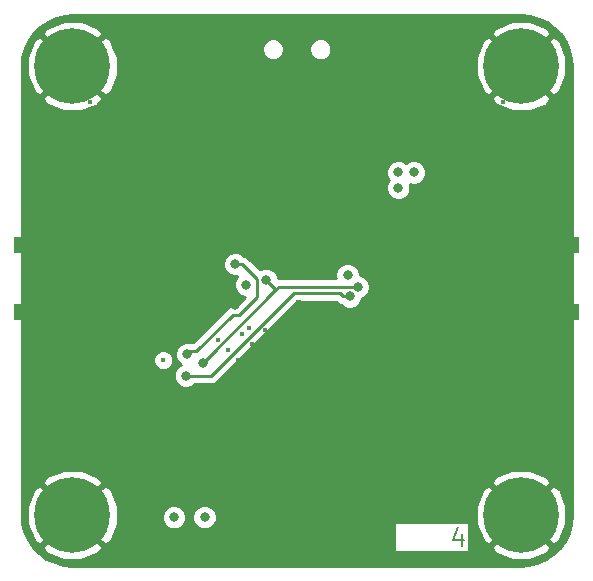
<source format=gbl>
G04 #@! TF.GenerationSoftware,KiCad,Pcbnew,(5.0.2)-1*
G04 #@! TF.CreationDate,2019-01-06T12:14:53+11:00*
G04 #@! TF.ProjectId,Filter_Bank_Dev_Rev_0,46696c74-6572-45f4-9261-6e6b5f446576,0*
G04 #@! TF.SameCoordinates,Original*
G04 #@! TF.FileFunction,Copper,L4,Bot*
G04 #@! TF.FilePolarity,Positive*
%FSLAX46Y46*%
G04 Gerber Fmt 4.6, Leading zero omitted, Abs format (unit mm)*
G04 Created by KiCad (PCBNEW (5.0.2)-1) date 6/01/2019 12:14:53*
%MOMM*%
%LPD*%
G01*
G04 APERTURE LIST*
%ADD10C,0.200000*%
G04 #@! TA.AperFunction,ViaPad*
%ADD11C,0.600000*%
G04 #@! TD*
G04 #@! TA.AperFunction,ComponentPad*
%ADD12C,0.600000*%
G04 #@! TD*
G04 #@! TA.AperFunction,ComponentPad*
%ADD13C,6.400000*%
G04 #@! TD*
G04 #@! TA.AperFunction,ComponentPad*
%ADD14C,0.800000*%
G04 #@! TD*
G04 #@! TA.AperFunction,SMDPad,CuDef*
%ADD15R,4.200000X1.350000*%
G04 #@! TD*
G04 #@! TA.AperFunction,ViaPad*
%ADD16C,0.450000*%
G04 #@! TD*
G04 #@! TA.AperFunction,ViaPad*
%ADD17C,0.800000*%
G04 #@! TD*
G04 #@! TA.AperFunction,Conductor*
%ADD18C,0.250000*%
G04 #@! TD*
G04 #@! TA.AperFunction,Conductor*
%ADD19C,0.254000*%
G04 #@! TD*
G04 APERTURE END LIST*
G04 #@! TO.C,REF\002A\002A*
D10*
X133985714Y-86628571D02*
X133985714Y-87628571D01*
X133628571Y-86057142D02*
X133271428Y-87128571D01*
X134200000Y-87128571D01*
G04 #@! TD*
D11*
G04 #@! TO.N,GND*
G04 #@! TO.C,U1*
X112650000Y-64250000D03*
X111650000Y-64250000D03*
X111650000Y-65250000D03*
X112650000Y-65250000D03*
X112150000Y-64750000D03*
G04 #@! TD*
G04 #@! TO.N,GND*
G04 #@! TO.C,U4*
X127750000Y-65750000D03*
X128750000Y-65750000D03*
X128750000Y-64750000D03*
X127750000Y-64750000D03*
X128250000Y-65250000D03*
G04 #@! TD*
D12*
G04 #@! TO.P,FL1,4*
G04 #@! TO.N,GND*
X120200000Y-73372500D03*
G04 #@! TO.P,FL1,2*
X120200000Y-70972500D03*
G04 #@! TD*
G04 #@! TO.P,FL2,4*
G04 #@! TO.N,GND*
X120200000Y-69450000D03*
G04 #@! TO.P,FL2,2*
X120200000Y-67050000D03*
G04 #@! TD*
G04 #@! TO.P,FL3,4*
G04 #@! TO.N,GND*
X120250000Y-63450000D03*
G04 #@! TO.P,FL3,2*
X120250000Y-61050000D03*
G04 #@! TD*
G04 #@! TO.P,FL4,4*
G04 #@! TO.N,GND*
X120200000Y-59450000D03*
G04 #@! TO.P,FL4,2*
X120200000Y-57050000D03*
G04 #@! TD*
D13*
G04 #@! TO.P,H1,1*
G04 #@! TO.N,GND*
X101000000Y-85000000D03*
D14*
X103400000Y-85000000D03*
X102697056Y-86697056D03*
X101000000Y-87400000D03*
X99302944Y-86697056D03*
X98600000Y-85000000D03*
X99302944Y-83302944D03*
X101000000Y-82600000D03*
X102697056Y-83302944D03*
G04 #@! TD*
G04 #@! TO.P,H2,1*
G04 #@! TO.N,GND*
X140697056Y-45302944D03*
X139000000Y-44600000D03*
X137302944Y-45302944D03*
X136600000Y-47000000D03*
X137302944Y-48697056D03*
X139000000Y-49400000D03*
X140697056Y-48697056D03*
X141400000Y-47000000D03*
D13*
X139000000Y-47000000D03*
G04 #@! TD*
G04 #@! TO.P,H3,1*
G04 #@! TO.N,GND*
X101000000Y-47000000D03*
D14*
X103400000Y-47000000D03*
X102697056Y-48697056D03*
X101000000Y-49400000D03*
X99302944Y-48697056D03*
X98600000Y-47000000D03*
X99302944Y-45302944D03*
X101000000Y-44600000D03*
X102697056Y-45302944D03*
G04 #@! TD*
G04 #@! TO.P,H4,1*
G04 #@! TO.N,GND*
X140697056Y-83302944D03*
X139000000Y-82600000D03*
X137302944Y-83302944D03*
X136600000Y-85000000D03*
X137302944Y-86697056D03*
X139000000Y-87400000D03*
X140697056Y-86697056D03*
X141400000Y-85000000D03*
D13*
X139000000Y-85000000D03*
G04 #@! TD*
D15*
G04 #@! TO.P,J2,2*
G04 #@! TO.N,GND*
X98200000Y-62175000D03*
X98200000Y-67825000D03*
G04 #@! TD*
G04 #@! TO.P,J3,2*
G04 #@! TO.N,GND*
X141800000Y-62175000D03*
X141800000Y-67825000D03*
G04 #@! TD*
D16*
G04 #@! TO.N,GND*
X123100000Y-45700000D03*
X116900000Y-45700000D03*
X116100000Y-43400000D03*
X118900000Y-43400000D03*
X121200000Y-43400000D03*
X124000000Y-43500000D03*
X99800000Y-61700000D03*
X99300000Y-61700000D03*
X98800000Y-61700000D03*
X98300000Y-61700000D03*
X97800000Y-61700000D03*
X97300000Y-61700000D03*
X96800000Y-61700000D03*
X96300000Y-61700000D03*
D17*
X129800000Y-61100000D03*
D16*
X106900000Y-73200000D03*
X140200000Y-61700000D03*
X140700000Y-61700000D03*
X143700000Y-61700000D03*
X141700000Y-61700000D03*
X142200000Y-61700000D03*
X143200000Y-61700000D03*
X142700000Y-61700000D03*
X141200000Y-61700000D03*
X98300000Y-68200000D03*
X99800000Y-68200000D03*
X96800000Y-68200000D03*
X97300000Y-68200000D03*
X99300000Y-68200000D03*
X98800000Y-68200000D03*
X96300000Y-68200000D03*
X97800000Y-68200000D03*
X142200000Y-68300000D03*
X143700000Y-68300000D03*
X140700000Y-68300000D03*
X141200000Y-68300000D03*
X143200000Y-68300000D03*
X142700000Y-68300000D03*
X140200000Y-68300000D03*
X141700000Y-68300000D03*
D17*
X140700000Y-59500000D03*
X141900000Y-52400000D03*
D16*
X132700000Y-64100000D03*
X133200000Y-64100000D03*
X133700000Y-64100000D03*
X133700000Y-64100000D03*
X133700000Y-64100000D03*
X134200000Y-64100000D03*
X134700000Y-64100000D03*
X135200000Y-64100000D03*
X135700000Y-64100000D03*
X136200000Y-64100000D03*
X136700000Y-64100000D03*
X137200000Y-64100000D03*
X137700000Y-64100000D03*
X138200000Y-64100000D03*
X138700000Y-64100000D03*
X139200000Y-64100000D03*
X138700000Y-64100000D03*
X139200000Y-64100000D03*
X132700000Y-65900000D03*
X133700000Y-65900000D03*
X134700000Y-65900000D03*
X134200000Y-65900000D03*
X134200000Y-65900000D03*
X137700000Y-65900000D03*
X138200000Y-65900000D03*
X135200000Y-65900000D03*
X134200000Y-65900000D03*
X137200000Y-65900000D03*
X136700000Y-65900000D03*
X139200000Y-65900000D03*
X138700000Y-65900000D03*
X136200000Y-65900000D03*
X135700000Y-65900000D03*
X139200000Y-65900000D03*
X101500000Y-65900000D03*
X102000000Y-65900000D03*
X104500000Y-65900000D03*
X101000000Y-65900000D03*
X106500000Y-65900000D03*
X105500000Y-65900000D03*
X106000000Y-65900000D03*
X102500000Y-65900000D03*
X101500000Y-65900000D03*
X100500000Y-65900000D03*
X105000000Y-65900000D03*
X103500000Y-65900000D03*
X101500000Y-65900000D03*
X103000000Y-65900000D03*
X104000000Y-65900000D03*
X101500000Y-64100000D03*
X102500000Y-64100000D03*
X101500000Y-64100000D03*
X101000000Y-64100000D03*
X106000000Y-64100000D03*
X101500000Y-64100000D03*
X100500000Y-64100000D03*
X105000000Y-64100000D03*
X103500000Y-64100000D03*
X104000000Y-64100000D03*
X106500000Y-64100000D03*
X104500000Y-64100000D03*
X103000000Y-64100000D03*
X105500000Y-64100000D03*
X102000000Y-64100000D03*
X132200000Y-64000000D03*
X132200000Y-66100000D03*
X117200000Y-57200000D03*
X116700000Y-57200000D03*
X116200000Y-57200000D03*
X115700000Y-57200000D03*
X115200000Y-57350000D03*
X114700000Y-57850000D03*
X114250000Y-58350000D03*
X113800000Y-58850000D03*
X113300000Y-59300000D03*
X112850000Y-59800000D03*
X112350000Y-60250000D03*
X111850000Y-60800000D03*
X111350000Y-61250000D03*
X110850000Y-61700000D03*
X110500000Y-62300000D03*
X113950000Y-61250000D03*
X114500000Y-61250000D03*
X115050000Y-61250000D03*
X115600000Y-61250000D03*
X116100000Y-61250000D03*
X116600000Y-61250000D03*
X117100000Y-61250000D03*
X115800000Y-63100000D03*
X116300000Y-63100000D03*
X116800000Y-63100000D03*
X117300000Y-63100000D03*
X113750000Y-66950000D03*
X116250000Y-70550000D03*
X116800000Y-71000000D03*
X123750000Y-67350000D03*
X123150000Y-67350000D03*
X123600000Y-69100000D03*
X124100000Y-69100000D03*
X124600000Y-69100000D03*
X125100000Y-69100000D03*
X125600000Y-69100000D03*
X126100000Y-69100000D03*
X123100000Y-69100000D03*
X123100000Y-71300000D03*
X123600000Y-71300000D03*
X124100000Y-71200000D03*
X124600000Y-70850000D03*
X125100000Y-70350000D03*
X125100000Y-70350000D03*
X125100000Y-70350000D03*
X125600000Y-69850000D03*
X112350000Y-69200000D03*
X115050000Y-71850000D03*
X115950000Y-72850000D03*
X116550000Y-73200000D03*
X115500000Y-72350000D03*
X113300000Y-70150000D03*
X110800000Y-67600000D03*
X111350000Y-68150000D03*
X111850000Y-68700000D03*
X124950000Y-60300000D03*
X125850000Y-61150000D03*
X124500000Y-59800000D03*
X125350000Y-60700000D03*
X124050000Y-59300000D03*
X124100000Y-73100000D03*
X125600000Y-72450000D03*
X127450000Y-70500000D03*
X123600000Y-73100000D03*
X128450000Y-69500000D03*
X125100000Y-72950000D03*
X129450000Y-68600000D03*
X129800000Y-68000000D03*
X128950000Y-69050000D03*
X126050000Y-71950000D03*
X123100000Y-73100000D03*
X127950000Y-70050000D03*
X124600000Y-73100000D03*
X126500000Y-71450000D03*
X127000000Y-71000000D03*
X129950000Y-63450000D03*
X125900000Y-58600000D03*
X129950000Y-62950000D03*
X127850000Y-60550000D03*
X128300000Y-61050000D03*
X125000000Y-57700000D03*
X129300000Y-61950000D03*
X126350000Y-59100000D03*
X128800000Y-61500000D03*
X126900000Y-59600000D03*
X125450000Y-58100000D03*
X129800000Y-62450000D03*
X127350000Y-60100000D03*
X129950000Y-64450000D03*
X123250000Y-57300000D03*
X123850000Y-57300000D03*
X124450000Y-57300000D03*
X123500000Y-59150000D03*
X123100000Y-63100000D03*
X123600000Y-63100000D03*
X124150000Y-63100000D03*
X115950000Y-59200000D03*
X115500000Y-59700000D03*
X115050000Y-60200000D03*
X114550000Y-60650000D03*
X116500000Y-59150000D03*
X117000000Y-59150000D03*
X114200000Y-71050000D03*
X115400000Y-69700000D03*
X116000000Y-69150000D03*
X117300000Y-69350000D03*
D17*
X114758051Y-67258051D03*
D16*
X123200000Y-61250000D03*
X123700000Y-61250000D03*
X124250000Y-61250000D03*
X124750000Y-61250000D03*
X125300000Y-61250000D03*
D17*
X125250000Y-63000000D03*
X126600000Y-63100000D03*
D16*
X105000000Y-44500000D03*
X110000000Y-44500000D03*
X107500000Y-47000000D03*
X107500000Y-50000000D03*
X107500000Y-55000000D03*
X107500000Y-60000000D03*
X105000000Y-49500000D03*
X110000000Y-49500000D03*
X115000000Y-49500000D03*
X112500000Y-47000000D03*
X120000000Y-49500000D03*
X125000000Y-49500000D03*
X130000000Y-49500000D03*
X130000000Y-53500000D03*
X125000000Y-52500000D03*
X120000000Y-52500000D03*
X115000000Y-52500000D03*
X110000000Y-52500000D03*
X105000000Y-52500000D03*
X100000000Y-52500000D03*
X100000000Y-57500000D03*
X105000000Y-57500000D03*
X110000000Y-57500000D03*
X112500000Y-55000000D03*
X117500000Y-50000000D03*
X112500000Y-50000000D03*
X102500000Y-50000000D03*
X97500000Y-55000000D03*
X97500000Y-50000000D03*
X97500000Y-60000000D03*
X102500000Y-55000000D03*
X102500000Y-60000000D03*
X106000000Y-62500000D03*
X122500000Y-50000000D03*
X127500000Y-50000000D03*
X132500000Y-50000000D03*
X122500000Y-55000000D03*
X117500000Y-55000000D03*
X132500000Y-47000000D03*
X135000000Y-44500000D03*
X130000000Y-44500000D03*
X127500000Y-47000000D03*
X135000000Y-53500000D03*
X135000000Y-61000000D03*
X137500000Y-62500000D03*
X132500000Y-62500000D03*
X101000000Y-62500000D03*
X101000000Y-67500000D03*
X100000000Y-72500000D03*
X100000000Y-77500000D03*
X97500000Y-75000000D03*
X97500000Y-70000000D03*
X102500000Y-70000000D03*
X107500000Y-70000000D03*
X102500000Y-75000000D03*
X106000000Y-67500000D03*
X105000000Y-72500000D03*
X105000000Y-77500000D03*
X105000000Y-82500000D03*
X102500000Y-80000000D03*
X110000000Y-82500000D03*
X115000000Y-82500000D03*
X120000000Y-82500000D03*
X125000000Y-82500000D03*
X135000000Y-77500000D03*
X135000000Y-72500000D03*
X135000000Y-67500000D03*
X132500000Y-70000000D03*
X137500000Y-70000000D03*
X142500000Y-70000000D03*
X142500000Y-75000000D03*
X142500000Y-80000000D03*
X140000000Y-77500000D03*
X140000000Y-72500000D03*
X137500000Y-75000000D03*
X137500000Y-80000000D03*
X132500000Y-80000000D03*
X132500000Y-75000000D03*
X130000000Y-72500000D03*
X130000000Y-77500000D03*
X127500000Y-80000000D03*
X127500000Y-75000000D03*
X125000000Y-77500000D03*
X122500000Y-75000000D03*
X122500000Y-80000000D03*
X122500000Y-85000000D03*
X117500000Y-85000000D03*
X117500000Y-80000000D03*
X117500000Y-75000000D03*
X120000000Y-77500000D03*
X124000000Y-87500000D03*
X120000000Y-87500000D03*
X115000000Y-87500000D03*
X107500000Y-80000000D03*
X107500000Y-85000000D03*
X112500000Y-80000000D03*
X115000000Y-77500000D03*
X97500000Y-80000000D03*
X105000000Y-87500000D03*
X142500000Y-60000000D03*
X142500000Y-55000000D03*
X137500000Y-50000000D03*
X142500000Y-50000000D03*
X107000000Y-64100000D03*
X107500000Y-64100000D03*
X107500000Y-65900000D03*
X107000000Y-65900000D03*
X133200000Y-65900000D03*
D17*
G04 #@! TO.N,+3V3*
X129900000Y-56000000D03*
X128600000Y-57300000D03*
X128600000Y-56000000D03*
X109600000Y-85200000D03*
X112200000Y-85200000D03*
D16*
X108700000Y-71900000D03*
D17*
X115700000Y-65500000D03*
X124300000Y-64700000D03*
G04 #@! TO.N,/SW_1_CTRL_1*
X114800000Y-63775000D03*
X110750000Y-71400000D03*
G04 #@! TO.N,/SW_1_CTRL_2*
X125200000Y-65700000D03*
X112099161Y-72099161D03*
X117425006Y-65097443D03*
G04 #@! TO.N,/SW_2_CTRL_1*
X110600000Y-73200000D03*
X124500000Y-66500000D03*
G04 #@! TD*
D18*
G04 #@! TO.N,/SW_1_CTRL_1*
X114800000Y-63775000D02*
X115365685Y-63775000D01*
X115365685Y-63775000D02*
X116650000Y-65059315D01*
X116650000Y-66000000D02*
X116650000Y-66250000D01*
X116650000Y-65059315D02*
X116650000Y-66000000D01*
X116650000Y-66550000D02*
X116650000Y-66000000D01*
X115150000Y-68050000D02*
X116650000Y-66550000D01*
X114600000Y-68050000D02*
X115150000Y-68050000D01*
X111500000Y-71150000D02*
X114600000Y-68050000D01*
X110750000Y-71400000D02*
X111000000Y-71150000D01*
X111000000Y-71150000D02*
X111500000Y-71150000D01*
G04 #@! TO.N,/SW_1_CTRL_2*
X125200000Y-65700000D02*
X118474680Y-65700000D01*
X118474680Y-65700000D02*
X118200000Y-65974680D01*
X118200000Y-65872437D02*
X117825005Y-65497442D01*
X117825005Y-65497442D02*
X117425006Y-65097443D01*
X118200000Y-65974680D02*
X118200000Y-65872437D01*
X112499160Y-71699162D02*
X112099161Y-72099161D01*
X118200000Y-65974680D02*
X118200000Y-65998322D01*
X118200000Y-65998322D02*
X112499160Y-71699162D01*
G04 #@! TO.N,/SW_2_CTRL_1*
X112750000Y-73200000D02*
X111165685Y-73200000D01*
X111165685Y-73200000D02*
X110600000Y-73200000D01*
X123634315Y-66200000D02*
X119750000Y-66200000D01*
X123934315Y-66500000D02*
X123634315Y-66200000D01*
X124500000Y-66500000D02*
X123934315Y-66500000D01*
X119750000Y-66200000D02*
X112750000Y-73200000D01*
G04 #@! TD*
D19*
G04 #@! TO.N,GND*
G36*
X139760619Y-42772674D02*
X140497187Y-42974176D01*
X141186439Y-43302932D01*
X141806581Y-43748550D01*
X142338003Y-44296934D01*
X142763921Y-44930768D01*
X143070863Y-45629999D01*
X143250429Y-46377944D01*
X143298000Y-47025744D01*
X143298001Y-84968723D01*
X143227326Y-85760619D01*
X143025824Y-86497187D01*
X142697068Y-87186439D01*
X142251452Y-87806578D01*
X141703066Y-88338003D01*
X141069232Y-88763921D01*
X140369997Y-89070864D01*
X139622056Y-89250429D01*
X138974256Y-89298000D01*
X101031266Y-89298000D01*
X100239381Y-89227326D01*
X99502813Y-89025824D01*
X98813561Y-88697068D01*
X98193422Y-88251452D01*
X97698671Y-87740910D01*
X98438695Y-87740910D01*
X98805640Y-88236343D01*
X100211171Y-88829736D01*
X101736793Y-88840087D01*
X103150246Y-88265819D01*
X103194360Y-88236343D01*
X103561305Y-87740910D01*
X101000000Y-85179605D01*
X98438695Y-87740910D01*
X97698671Y-87740910D01*
X97661997Y-87703066D01*
X97236079Y-87069232D01*
X96929136Y-86369997D01*
X96777117Y-85736793D01*
X97159913Y-85736793D01*
X97734181Y-87150246D01*
X97763657Y-87194360D01*
X98259090Y-87561305D01*
X100820395Y-85000000D01*
X101179605Y-85000000D01*
X103740910Y-87561305D01*
X104236343Y-87194360D01*
X104829736Y-85788829D01*
X104835117Y-84995717D01*
X108573000Y-84995717D01*
X108573000Y-85404283D01*
X108729352Y-85781749D01*
X109018251Y-86070648D01*
X109395717Y-86227000D01*
X109804283Y-86227000D01*
X110181749Y-86070648D01*
X110470648Y-85781749D01*
X110627000Y-85404283D01*
X110627000Y-84995717D01*
X111173000Y-84995717D01*
X111173000Y-85404283D01*
X111329352Y-85781749D01*
X111618251Y-86070648D01*
X111995717Y-86227000D01*
X112404283Y-86227000D01*
X112781749Y-86070648D01*
X113070648Y-85781749D01*
X113104509Y-85700000D01*
X128273000Y-85700000D01*
X128273000Y-88000000D01*
X128282667Y-88048601D01*
X128310197Y-88089803D01*
X128351399Y-88117333D01*
X128400000Y-88127000D01*
X134500000Y-88127000D01*
X134548601Y-88117333D01*
X134589803Y-88089803D01*
X134617333Y-88048601D01*
X134627000Y-88000000D01*
X134627000Y-87740910D01*
X136438695Y-87740910D01*
X136805640Y-88236343D01*
X138211171Y-88829736D01*
X139736793Y-88840087D01*
X141150246Y-88265819D01*
X141194360Y-88236343D01*
X141561305Y-87740910D01*
X139000000Y-85179605D01*
X136438695Y-87740910D01*
X134627000Y-87740910D01*
X134627000Y-85736793D01*
X135159913Y-85736793D01*
X135734181Y-87150246D01*
X135763657Y-87194360D01*
X136259090Y-87561305D01*
X138820395Y-85000000D01*
X139179605Y-85000000D01*
X141740910Y-87561305D01*
X142236343Y-87194360D01*
X142829736Y-85788829D01*
X142840087Y-84263207D01*
X142265819Y-82849754D01*
X142236343Y-82805640D01*
X141740910Y-82438695D01*
X139179605Y-85000000D01*
X138820395Y-85000000D01*
X136259090Y-82438695D01*
X135763657Y-82805640D01*
X135170264Y-84211171D01*
X135159913Y-85736793D01*
X134627000Y-85736793D01*
X134627000Y-85700000D01*
X134617333Y-85651399D01*
X134589803Y-85610197D01*
X134548601Y-85582667D01*
X134500000Y-85573000D01*
X128400000Y-85573000D01*
X128351399Y-85582667D01*
X128310197Y-85610197D01*
X128282667Y-85651399D01*
X128273000Y-85700000D01*
X113104509Y-85700000D01*
X113227000Y-85404283D01*
X113227000Y-84995717D01*
X113070648Y-84618251D01*
X112781749Y-84329352D01*
X112404283Y-84173000D01*
X111995717Y-84173000D01*
X111618251Y-84329352D01*
X111329352Y-84618251D01*
X111173000Y-84995717D01*
X110627000Y-84995717D01*
X110470648Y-84618251D01*
X110181749Y-84329352D01*
X109804283Y-84173000D01*
X109395717Y-84173000D01*
X109018251Y-84329352D01*
X108729352Y-84618251D01*
X108573000Y-84995717D01*
X104835117Y-84995717D01*
X104840087Y-84263207D01*
X104265819Y-82849754D01*
X104236343Y-82805640D01*
X103740910Y-82438695D01*
X101179605Y-85000000D01*
X100820395Y-85000000D01*
X98259090Y-82438695D01*
X97763657Y-82805640D01*
X97170264Y-84211171D01*
X97159913Y-85736793D01*
X96777117Y-85736793D01*
X96749571Y-85622056D01*
X96702000Y-84974256D01*
X96702000Y-82259090D01*
X98438695Y-82259090D01*
X101000000Y-84820395D01*
X103561305Y-82259090D01*
X136438695Y-82259090D01*
X139000000Y-84820395D01*
X141561305Y-82259090D01*
X141194360Y-81763657D01*
X139788829Y-81170264D01*
X138263207Y-81159913D01*
X136849754Y-81734181D01*
X136805640Y-81763657D01*
X136438695Y-82259090D01*
X103561305Y-82259090D01*
X103194360Y-81763657D01*
X101788829Y-81170264D01*
X100263207Y-81159913D01*
X98849754Y-81734181D01*
X98805640Y-81763657D01*
X98438695Y-82259090D01*
X96702000Y-82259090D01*
X96702000Y-72995717D01*
X109573000Y-72995717D01*
X109573000Y-73404283D01*
X109729352Y-73781749D01*
X110018251Y-74070648D01*
X110395717Y-74227000D01*
X110804283Y-74227000D01*
X111181749Y-74070648D01*
X111300397Y-73952000D01*
X112675941Y-73952000D01*
X112750000Y-73966731D01*
X112824059Y-73952000D01*
X112824063Y-73952000D01*
X113043416Y-73908368D01*
X113292161Y-73742161D01*
X113334116Y-73679371D01*
X120061488Y-66952000D01*
X123322828Y-66952000D01*
X123350199Y-66979371D01*
X123392154Y-67042161D01*
X123640899Y-67208368D01*
X123784544Y-67236941D01*
X123918251Y-67370648D01*
X124295717Y-67527000D01*
X124704283Y-67527000D01*
X125081749Y-67370648D01*
X125370648Y-67081749D01*
X125527000Y-66704283D01*
X125527000Y-66676169D01*
X125781749Y-66570648D01*
X126070648Y-66281749D01*
X126227000Y-65904283D01*
X126227000Y-65495717D01*
X126070648Y-65118251D01*
X125781749Y-64829352D01*
X125404283Y-64673000D01*
X125327000Y-64673000D01*
X125327000Y-64495717D01*
X125170648Y-64118251D01*
X124881749Y-63829352D01*
X124504283Y-63673000D01*
X124095717Y-63673000D01*
X123718251Y-63829352D01*
X123429352Y-64118251D01*
X123273000Y-64495717D01*
X123273000Y-64904283D01*
X123291108Y-64948000D01*
X118548738Y-64948000D01*
X118474679Y-64933269D01*
X118452006Y-64937779D01*
X118452006Y-64893160D01*
X118295654Y-64515694D01*
X118006755Y-64226795D01*
X117629289Y-64070443D01*
X117220723Y-64070443D01*
X116869922Y-64215750D01*
X115949801Y-63295629D01*
X115907846Y-63232839D01*
X115659101Y-63066632D01*
X115515456Y-63038059D01*
X115381749Y-62904352D01*
X115004283Y-62748000D01*
X114595717Y-62748000D01*
X114218251Y-62904352D01*
X113929352Y-63193251D01*
X113773000Y-63570717D01*
X113773000Y-63979283D01*
X113929352Y-64356749D01*
X114218251Y-64645648D01*
X114595717Y-64802000D01*
X114945603Y-64802000D01*
X114829352Y-64918251D01*
X114673000Y-65295717D01*
X114673000Y-65704283D01*
X114829352Y-66081749D01*
X115118251Y-66370648D01*
X115495717Y-66527000D01*
X115609512Y-66527000D01*
X114838513Y-67298000D01*
X114674058Y-67298000D01*
X114599999Y-67283269D01*
X114525940Y-67298000D01*
X114525937Y-67298000D01*
X114306584Y-67341632D01*
X114057839Y-67507839D01*
X114015885Y-67570627D01*
X111188513Y-70398000D01*
X111074057Y-70398000D01*
X110999999Y-70383269D01*
X110985863Y-70386081D01*
X110954283Y-70373000D01*
X110545717Y-70373000D01*
X110168251Y-70529352D01*
X109879352Y-70818251D01*
X109723000Y-71195717D01*
X109723000Y-71604283D01*
X109879352Y-71981749D01*
X110165827Y-72268224D01*
X110018251Y-72329352D01*
X109729352Y-72618251D01*
X109573000Y-72995717D01*
X96702000Y-72995717D01*
X96702000Y-71730527D01*
X107848000Y-71730527D01*
X107848000Y-72069473D01*
X107977709Y-72382619D01*
X108217381Y-72622291D01*
X108530527Y-72752000D01*
X108869473Y-72752000D01*
X109182619Y-72622291D01*
X109422291Y-72382619D01*
X109552000Y-72069473D01*
X109552000Y-71730527D01*
X109422291Y-71417381D01*
X109182619Y-71177709D01*
X108869473Y-71048000D01*
X108530527Y-71048000D01*
X108217381Y-71177709D01*
X107977709Y-71417381D01*
X107848000Y-71730527D01*
X96702000Y-71730527D01*
X96702000Y-55795717D01*
X127573000Y-55795717D01*
X127573000Y-56204283D01*
X127729352Y-56581749D01*
X127797603Y-56650000D01*
X127729352Y-56718251D01*
X127573000Y-57095717D01*
X127573000Y-57504283D01*
X127729352Y-57881749D01*
X128018251Y-58170648D01*
X128395717Y-58327000D01*
X128804283Y-58327000D01*
X129181749Y-58170648D01*
X129470648Y-57881749D01*
X129627000Y-57504283D01*
X129627000Y-57095717D01*
X129578409Y-56978409D01*
X129695717Y-57027000D01*
X130104283Y-57027000D01*
X130481749Y-56870648D01*
X130770648Y-56581749D01*
X130927000Y-56204283D01*
X130927000Y-55795717D01*
X130770648Y-55418251D01*
X130481749Y-55129352D01*
X130104283Y-54973000D01*
X129695717Y-54973000D01*
X129318251Y-55129352D01*
X129250000Y-55197603D01*
X129181749Y-55129352D01*
X128804283Y-54973000D01*
X128395717Y-54973000D01*
X128018251Y-55129352D01*
X127729352Y-55418251D01*
X127573000Y-55795717D01*
X96702000Y-55795717D01*
X96702000Y-49740910D01*
X98438695Y-49740910D01*
X98805640Y-50236343D01*
X100211171Y-50829736D01*
X101736793Y-50840087D01*
X103150246Y-50265819D01*
X103194360Y-50236343D01*
X103561305Y-49740910D01*
X136438695Y-49740910D01*
X136805640Y-50236343D01*
X138211171Y-50829736D01*
X139736793Y-50840087D01*
X141150246Y-50265819D01*
X141194360Y-50236343D01*
X141561305Y-49740910D01*
X139000000Y-47179605D01*
X136438695Y-49740910D01*
X103561305Y-49740910D01*
X101000000Y-47179605D01*
X98438695Y-49740910D01*
X96702000Y-49740910D01*
X96702000Y-47736793D01*
X97159913Y-47736793D01*
X97734181Y-49150246D01*
X97763657Y-49194360D01*
X98259090Y-49561305D01*
X100820395Y-47000000D01*
X101179605Y-47000000D01*
X103740910Y-49561305D01*
X104236343Y-49194360D01*
X104829736Y-47788829D01*
X104830089Y-47736793D01*
X135159913Y-47736793D01*
X135734181Y-49150246D01*
X135763657Y-49194360D01*
X136259090Y-49561305D01*
X138820395Y-47000000D01*
X139179605Y-47000000D01*
X141740910Y-49561305D01*
X142236343Y-49194360D01*
X142829736Y-47788829D01*
X142840087Y-46263207D01*
X142265819Y-44849754D01*
X142236343Y-44805640D01*
X141740910Y-44438695D01*
X139179605Y-47000000D01*
X138820395Y-47000000D01*
X136259090Y-44438695D01*
X135763657Y-44805640D01*
X135170264Y-46211171D01*
X135159913Y-47736793D01*
X104830089Y-47736793D01*
X104840087Y-46263207D01*
X104487593Y-45395608D01*
X117073000Y-45395608D01*
X117073000Y-45764392D01*
X117214127Y-46105103D01*
X117474897Y-46365873D01*
X117815608Y-46507000D01*
X118184392Y-46507000D01*
X118525103Y-46365873D01*
X118785873Y-46105103D01*
X118927000Y-45764392D01*
X118927000Y-45395608D01*
X121073000Y-45395608D01*
X121073000Y-45764392D01*
X121214127Y-46105103D01*
X121474897Y-46365873D01*
X121815608Y-46507000D01*
X122184392Y-46507000D01*
X122525103Y-46365873D01*
X122785873Y-46105103D01*
X122927000Y-45764392D01*
X122927000Y-45395608D01*
X122785873Y-45054897D01*
X122525103Y-44794127D01*
X122184392Y-44653000D01*
X121815608Y-44653000D01*
X121474897Y-44794127D01*
X121214127Y-45054897D01*
X121073000Y-45395608D01*
X118927000Y-45395608D01*
X118785873Y-45054897D01*
X118525103Y-44794127D01*
X118184392Y-44653000D01*
X117815608Y-44653000D01*
X117474897Y-44794127D01*
X117214127Y-45054897D01*
X117073000Y-45395608D01*
X104487593Y-45395608D01*
X104265819Y-44849754D01*
X104236343Y-44805640D01*
X103740910Y-44438695D01*
X101179605Y-47000000D01*
X100820395Y-47000000D01*
X98259090Y-44438695D01*
X97763657Y-44805640D01*
X97170264Y-46211171D01*
X97159913Y-47736793D01*
X96702000Y-47736793D01*
X96702000Y-47031266D01*
X96772674Y-46239381D01*
X96974176Y-45502813D01*
X97302932Y-44813561D01*
X97701360Y-44259090D01*
X98438695Y-44259090D01*
X101000000Y-46820395D01*
X103561305Y-44259090D01*
X136438695Y-44259090D01*
X139000000Y-46820395D01*
X141561305Y-44259090D01*
X141194360Y-43763657D01*
X139788829Y-43170264D01*
X138263207Y-43159913D01*
X136849754Y-43734181D01*
X136805640Y-43763657D01*
X136438695Y-44259090D01*
X103561305Y-44259090D01*
X103194360Y-43763657D01*
X101788829Y-43170264D01*
X100263207Y-43159913D01*
X98849754Y-43734181D01*
X98805640Y-43763657D01*
X98438695Y-44259090D01*
X97701360Y-44259090D01*
X97748550Y-44193419D01*
X98296934Y-43661997D01*
X98930768Y-43236079D01*
X99629999Y-42929137D01*
X100377944Y-42749571D01*
X101025744Y-42702000D01*
X138968734Y-42702000D01*
X139760619Y-42772674D01*
X139760619Y-42772674D01*
G37*
X139760619Y-42772674D02*
X140497187Y-42974176D01*
X141186439Y-43302932D01*
X141806581Y-43748550D01*
X142338003Y-44296934D01*
X142763921Y-44930768D01*
X143070863Y-45629999D01*
X143250429Y-46377944D01*
X143298000Y-47025744D01*
X143298001Y-84968723D01*
X143227326Y-85760619D01*
X143025824Y-86497187D01*
X142697068Y-87186439D01*
X142251452Y-87806578D01*
X141703066Y-88338003D01*
X141069232Y-88763921D01*
X140369997Y-89070864D01*
X139622056Y-89250429D01*
X138974256Y-89298000D01*
X101031266Y-89298000D01*
X100239381Y-89227326D01*
X99502813Y-89025824D01*
X98813561Y-88697068D01*
X98193422Y-88251452D01*
X97698671Y-87740910D01*
X98438695Y-87740910D01*
X98805640Y-88236343D01*
X100211171Y-88829736D01*
X101736793Y-88840087D01*
X103150246Y-88265819D01*
X103194360Y-88236343D01*
X103561305Y-87740910D01*
X101000000Y-85179605D01*
X98438695Y-87740910D01*
X97698671Y-87740910D01*
X97661997Y-87703066D01*
X97236079Y-87069232D01*
X96929136Y-86369997D01*
X96777117Y-85736793D01*
X97159913Y-85736793D01*
X97734181Y-87150246D01*
X97763657Y-87194360D01*
X98259090Y-87561305D01*
X100820395Y-85000000D01*
X101179605Y-85000000D01*
X103740910Y-87561305D01*
X104236343Y-87194360D01*
X104829736Y-85788829D01*
X104835117Y-84995717D01*
X108573000Y-84995717D01*
X108573000Y-85404283D01*
X108729352Y-85781749D01*
X109018251Y-86070648D01*
X109395717Y-86227000D01*
X109804283Y-86227000D01*
X110181749Y-86070648D01*
X110470648Y-85781749D01*
X110627000Y-85404283D01*
X110627000Y-84995717D01*
X111173000Y-84995717D01*
X111173000Y-85404283D01*
X111329352Y-85781749D01*
X111618251Y-86070648D01*
X111995717Y-86227000D01*
X112404283Y-86227000D01*
X112781749Y-86070648D01*
X113070648Y-85781749D01*
X113104509Y-85700000D01*
X128273000Y-85700000D01*
X128273000Y-88000000D01*
X128282667Y-88048601D01*
X128310197Y-88089803D01*
X128351399Y-88117333D01*
X128400000Y-88127000D01*
X134500000Y-88127000D01*
X134548601Y-88117333D01*
X134589803Y-88089803D01*
X134617333Y-88048601D01*
X134627000Y-88000000D01*
X134627000Y-87740910D01*
X136438695Y-87740910D01*
X136805640Y-88236343D01*
X138211171Y-88829736D01*
X139736793Y-88840087D01*
X141150246Y-88265819D01*
X141194360Y-88236343D01*
X141561305Y-87740910D01*
X139000000Y-85179605D01*
X136438695Y-87740910D01*
X134627000Y-87740910D01*
X134627000Y-85736793D01*
X135159913Y-85736793D01*
X135734181Y-87150246D01*
X135763657Y-87194360D01*
X136259090Y-87561305D01*
X138820395Y-85000000D01*
X139179605Y-85000000D01*
X141740910Y-87561305D01*
X142236343Y-87194360D01*
X142829736Y-85788829D01*
X142840087Y-84263207D01*
X142265819Y-82849754D01*
X142236343Y-82805640D01*
X141740910Y-82438695D01*
X139179605Y-85000000D01*
X138820395Y-85000000D01*
X136259090Y-82438695D01*
X135763657Y-82805640D01*
X135170264Y-84211171D01*
X135159913Y-85736793D01*
X134627000Y-85736793D01*
X134627000Y-85700000D01*
X134617333Y-85651399D01*
X134589803Y-85610197D01*
X134548601Y-85582667D01*
X134500000Y-85573000D01*
X128400000Y-85573000D01*
X128351399Y-85582667D01*
X128310197Y-85610197D01*
X128282667Y-85651399D01*
X128273000Y-85700000D01*
X113104509Y-85700000D01*
X113227000Y-85404283D01*
X113227000Y-84995717D01*
X113070648Y-84618251D01*
X112781749Y-84329352D01*
X112404283Y-84173000D01*
X111995717Y-84173000D01*
X111618251Y-84329352D01*
X111329352Y-84618251D01*
X111173000Y-84995717D01*
X110627000Y-84995717D01*
X110470648Y-84618251D01*
X110181749Y-84329352D01*
X109804283Y-84173000D01*
X109395717Y-84173000D01*
X109018251Y-84329352D01*
X108729352Y-84618251D01*
X108573000Y-84995717D01*
X104835117Y-84995717D01*
X104840087Y-84263207D01*
X104265819Y-82849754D01*
X104236343Y-82805640D01*
X103740910Y-82438695D01*
X101179605Y-85000000D01*
X100820395Y-85000000D01*
X98259090Y-82438695D01*
X97763657Y-82805640D01*
X97170264Y-84211171D01*
X97159913Y-85736793D01*
X96777117Y-85736793D01*
X96749571Y-85622056D01*
X96702000Y-84974256D01*
X96702000Y-82259090D01*
X98438695Y-82259090D01*
X101000000Y-84820395D01*
X103561305Y-82259090D01*
X136438695Y-82259090D01*
X139000000Y-84820395D01*
X141561305Y-82259090D01*
X141194360Y-81763657D01*
X139788829Y-81170264D01*
X138263207Y-81159913D01*
X136849754Y-81734181D01*
X136805640Y-81763657D01*
X136438695Y-82259090D01*
X103561305Y-82259090D01*
X103194360Y-81763657D01*
X101788829Y-81170264D01*
X100263207Y-81159913D01*
X98849754Y-81734181D01*
X98805640Y-81763657D01*
X98438695Y-82259090D01*
X96702000Y-82259090D01*
X96702000Y-72995717D01*
X109573000Y-72995717D01*
X109573000Y-73404283D01*
X109729352Y-73781749D01*
X110018251Y-74070648D01*
X110395717Y-74227000D01*
X110804283Y-74227000D01*
X111181749Y-74070648D01*
X111300397Y-73952000D01*
X112675941Y-73952000D01*
X112750000Y-73966731D01*
X112824059Y-73952000D01*
X112824063Y-73952000D01*
X113043416Y-73908368D01*
X113292161Y-73742161D01*
X113334116Y-73679371D01*
X120061488Y-66952000D01*
X123322828Y-66952000D01*
X123350199Y-66979371D01*
X123392154Y-67042161D01*
X123640899Y-67208368D01*
X123784544Y-67236941D01*
X123918251Y-67370648D01*
X124295717Y-67527000D01*
X124704283Y-67527000D01*
X125081749Y-67370648D01*
X125370648Y-67081749D01*
X125527000Y-66704283D01*
X125527000Y-66676169D01*
X125781749Y-66570648D01*
X126070648Y-66281749D01*
X126227000Y-65904283D01*
X126227000Y-65495717D01*
X126070648Y-65118251D01*
X125781749Y-64829352D01*
X125404283Y-64673000D01*
X125327000Y-64673000D01*
X125327000Y-64495717D01*
X125170648Y-64118251D01*
X124881749Y-63829352D01*
X124504283Y-63673000D01*
X124095717Y-63673000D01*
X123718251Y-63829352D01*
X123429352Y-64118251D01*
X123273000Y-64495717D01*
X123273000Y-64904283D01*
X123291108Y-64948000D01*
X118548738Y-64948000D01*
X118474679Y-64933269D01*
X118452006Y-64937779D01*
X118452006Y-64893160D01*
X118295654Y-64515694D01*
X118006755Y-64226795D01*
X117629289Y-64070443D01*
X117220723Y-64070443D01*
X116869922Y-64215750D01*
X115949801Y-63295629D01*
X115907846Y-63232839D01*
X115659101Y-63066632D01*
X115515456Y-63038059D01*
X115381749Y-62904352D01*
X115004283Y-62748000D01*
X114595717Y-62748000D01*
X114218251Y-62904352D01*
X113929352Y-63193251D01*
X113773000Y-63570717D01*
X113773000Y-63979283D01*
X113929352Y-64356749D01*
X114218251Y-64645648D01*
X114595717Y-64802000D01*
X114945603Y-64802000D01*
X114829352Y-64918251D01*
X114673000Y-65295717D01*
X114673000Y-65704283D01*
X114829352Y-66081749D01*
X115118251Y-66370648D01*
X115495717Y-66527000D01*
X115609512Y-66527000D01*
X114838513Y-67298000D01*
X114674058Y-67298000D01*
X114599999Y-67283269D01*
X114525940Y-67298000D01*
X114525937Y-67298000D01*
X114306584Y-67341632D01*
X114057839Y-67507839D01*
X114015885Y-67570627D01*
X111188513Y-70398000D01*
X111074057Y-70398000D01*
X110999999Y-70383269D01*
X110985863Y-70386081D01*
X110954283Y-70373000D01*
X110545717Y-70373000D01*
X110168251Y-70529352D01*
X109879352Y-70818251D01*
X109723000Y-71195717D01*
X109723000Y-71604283D01*
X109879352Y-71981749D01*
X110165827Y-72268224D01*
X110018251Y-72329352D01*
X109729352Y-72618251D01*
X109573000Y-72995717D01*
X96702000Y-72995717D01*
X96702000Y-71730527D01*
X107848000Y-71730527D01*
X107848000Y-72069473D01*
X107977709Y-72382619D01*
X108217381Y-72622291D01*
X108530527Y-72752000D01*
X108869473Y-72752000D01*
X109182619Y-72622291D01*
X109422291Y-72382619D01*
X109552000Y-72069473D01*
X109552000Y-71730527D01*
X109422291Y-71417381D01*
X109182619Y-71177709D01*
X108869473Y-71048000D01*
X108530527Y-71048000D01*
X108217381Y-71177709D01*
X107977709Y-71417381D01*
X107848000Y-71730527D01*
X96702000Y-71730527D01*
X96702000Y-55795717D01*
X127573000Y-55795717D01*
X127573000Y-56204283D01*
X127729352Y-56581749D01*
X127797603Y-56650000D01*
X127729352Y-56718251D01*
X127573000Y-57095717D01*
X127573000Y-57504283D01*
X127729352Y-57881749D01*
X128018251Y-58170648D01*
X128395717Y-58327000D01*
X128804283Y-58327000D01*
X129181749Y-58170648D01*
X129470648Y-57881749D01*
X129627000Y-57504283D01*
X129627000Y-57095717D01*
X129578409Y-56978409D01*
X129695717Y-57027000D01*
X130104283Y-57027000D01*
X130481749Y-56870648D01*
X130770648Y-56581749D01*
X130927000Y-56204283D01*
X130927000Y-55795717D01*
X130770648Y-55418251D01*
X130481749Y-55129352D01*
X130104283Y-54973000D01*
X129695717Y-54973000D01*
X129318251Y-55129352D01*
X129250000Y-55197603D01*
X129181749Y-55129352D01*
X128804283Y-54973000D01*
X128395717Y-54973000D01*
X128018251Y-55129352D01*
X127729352Y-55418251D01*
X127573000Y-55795717D01*
X96702000Y-55795717D01*
X96702000Y-49740910D01*
X98438695Y-49740910D01*
X98805640Y-50236343D01*
X100211171Y-50829736D01*
X101736793Y-50840087D01*
X103150246Y-50265819D01*
X103194360Y-50236343D01*
X103561305Y-49740910D01*
X136438695Y-49740910D01*
X136805640Y-50236343D01*
X138211171Y-50829736D01*
X139736793Y-50840087D01*
X141150246Y-50265819D01*
X141194360Y-50236343D01*
X141561305Y-49740910D01*
X139000000Y-47179605D01*
X136438695Y-49740910D01*
X103561305Y-49740910D01*
X101000000Y-47179605D01*
X98438695Y-49740910D01*
X96702000Y-49740910D01*
X96702000Y-47736793D01*
X97159913Y-47736793D01*
X97734181Y-49150246D01*
X97763657Y-49194360D01*
X98259090Y-49561305D01*
X100820395Y-47000000D01*
X101179605Y-47000000D01*
X103740910Y-49561305D01*
X104236343Y-49194360D01*
X104829736Y-47788829D01*
X104830089Y-47736793D01*
X135159913Y-47736793D01*
X135734181Y-49150246D01*
X135763657Y-49194360D01*
X136259090Y-49561305D01*
X138820395Y-47000000D01*
X139179605Y-47000000D01*
X141740910Y-49561305D01*
X142236343Y-49194360D01*
X142829736Y-47788829D01*
X142840087Y-46263207D01*
X142265819Y-44849754D01*
X142236343Y-44805640D01*
X141740910Y-44438695D01*
X139179605Y-47000000D01*
X138820395Y-47000000D01*
X136259090Y-44438695D01*
X135763657Y-44805640D01*
X135170264Y-46211171D01*
X135159913Y-47736793D01*
X104830089Y-47736793D01*
X104840087Y-46263207D01*
X104487593Y-45395608D01*
X117073000Y-45395608D01*
X117073000Y-45764392D01*
X117214127Y-46105103D01*
X117474897Y-46365873D01*
X117815608Y-46507000D01*
X118184392Y-46507000D01*
X118525103Y-46365873D01*
X118785873Y-46105103D01*
X118927000Y-45764392D01*
X118927000Y-45395608D01*
X121073000Y-45395608D01*
X121073000Y-45764392D01*
X121214127Y-46105103D01*
X121474897Y-46365873D01*
X121815608Y-46507000D01*
X122184392Y-46507000D01*
X122525103Y-46365873D01*
X122785873Y-46105103D01*
X122927000Y-45764392D01*
X122927000Y-45395608D01*
X122785873Y-45054897D01*
X122525103Y-44794127D01*
X122184392Y-44653000D01*
X121815608Y-44653000D01*
X121474897Y-44794127D01*
X121214127Y-45054897D01*
X121073000Y-45395608D01*
X118927000Y-45395608D01*
X118785873Y-45054897D01*
X118525103Y-44794127D01*
X118184392Y-44653000D01*
X117815608Y-44653000D01*
X117474897Y-44794127D01*
X117214127Y-45054897D01*
X117073000Y-45395608D01*
X104487593Y-45395608D01*
X104265819Y-44849754D01*
X104236343Y-44805640D01*
X103740910Y-44438695D01*
X101179605Y-47000000D01*
X100820395Y-47000000D01*
X98259090Y-44438695D01*
X97763657Y-44805640D01*
X97170264Y-46211171D01*
X97159913Y-47736793D01*
X96702000Y-47736793D01*
X96702000Y-47031266D01*
X96772674Y-46239381D01*
X96974176Y-45502813D01*
X97302932Y-44813561D01*
X97701360Y-44259090D01*
X98438695Y-44259090D01*
X101000000Y-46820395D01*
X103561305Y-44259090D01*
X136438695Y-44259090D01*
X139000000Y-46820395D01*
X141561305Y-44259090D01*
X141194360Y-43763657D01*
X139788829Y-43170264D01*
X138263207Y-43159913D01*
X136849754Y-43734181D01*
X136805640Y-43763657D01*
X136438695Y-44259090D01*
X103561305Y-44259090D01*
X103194360Y-43763657D01*
X101788829Y-43170264D01*
X100263207Y-43159913D01*
X98849754Y-43734181D01*
X98805640Y-43763657D01*
X98438695Y-44259090D01*
X97701360Y-44259090D01*
X97748550Y-44193419D01*
X98296934Y-43661997D01*
X98930768Y-43236079D01*
X99629999Y-42929137D01*
X100377944Y-42749571D01*
X101025744Y-42702000D01*
X138968734Y-42702000D01*
X139760619Y-42772674D01*
G04 #@! TD*
M02*

</source>
